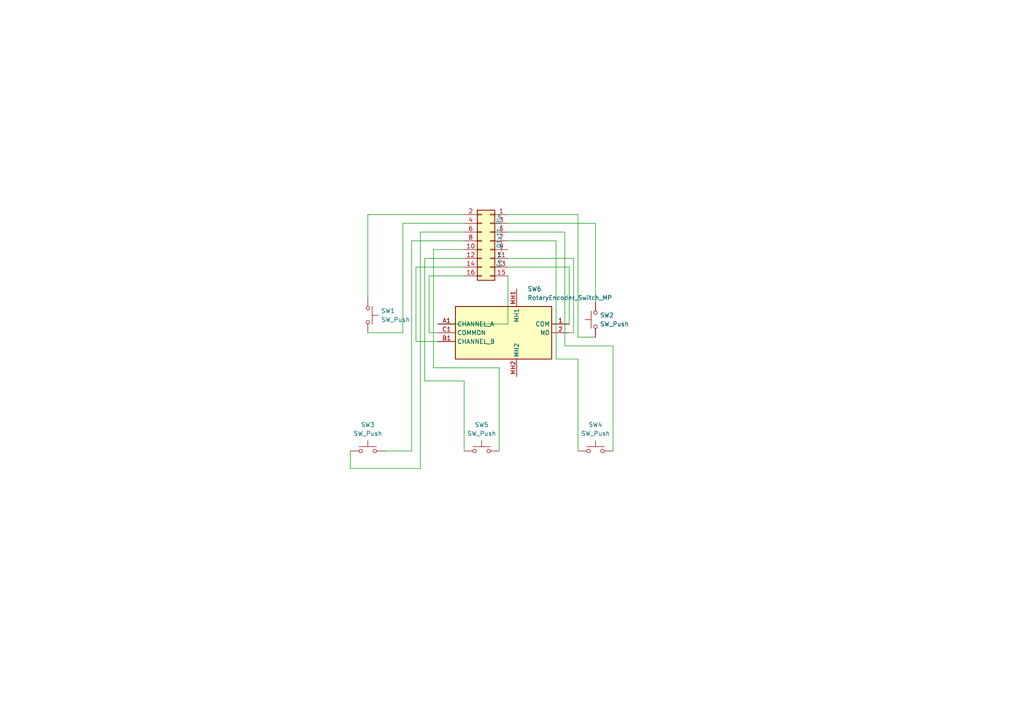
<source format=kicad_sch>
(kicad_sch (version 20250114) (generator "eeschema") (generator_version "9.0")
  (paper "A4")
  (lib_symbols
    (symbol "Connector_Generic:Conn_02x08_Odd_Even" (pin_names (offset 1.016) (hide yes))
      (property "Reference" "J" (at 1.27 10.16 0))
      (property "Value" "Conn_02x08_Odd_Even" (at 1.27 -12.7 0))
      (symbol "Conn_02x08_Odd_Even_1_1"
        (rectangle (start -1.27 8.89) (end 3.81 -11.43) (stroke (width 0.254)) (fill (type background)))
        (rectangle (start -1.27 7.747) (end 0 7.493) (stroke (width 0.1524)))
        (rectangle (start -1.27 5.207) (end 0 4.953) (stroke (width 0.1524)))
        (rectangle (start -1.27 2.667) (end 0 2.413) (stroke (width 0.1524)))
        (rectangle (start -1.27 0.127) (end 0 -0.127) (stroke (width 0.1524)))
        (rectangle (start -1.27 -2.413) (end 0 -2.667) (stroke (width 0.1524)))
        (rectangle (start -1.27 -4.953) (end 0 -5.207) (stroke (width 0.1524)))
        (rectangle (start -1.27 -7.493) (end 0 -7.747) (stroke (width 0.1524)))
        (rectangle (start -1.27 -10.033) (end 0 -10.287) (stroke (width 0.1524)))
        (rectangle (start 3.81 7.747) (end 2.54 7.493) (stroke (width 0.1524)))
        (rectangle (start 3.81 5.207) (end 2.54 4.953) (stroke (width 0.1524)))
        (rectangle (start 3.81 2.667) (end 2.54 2.413) (stroke (width 0.1524)))
        (rectangle (start 3.81 0.127) (end 2.54 -0.127) (stroke (width 0.1524)))
        (rectangle (start 3.81 -2.413) (end 2.54 -2.667) (stroke (width 0.1524)))
        (rectangle (start 3.81 -4.953) (end 2.54 -5.207) (stroke (width 0.1524)))
        (rectangle (start 3.81 -7.493) (end 2.54 -7.747) (stroke (width 0.1524)))
        (rectangle (start 3.81 -10.033) (end 2.54 -10.287) (stroke (width 0.1524)))
        (pin passive line (at -5.08 7.62 0) (length 3.81) (name "Pin_1") (number "1"))
        (pin passive line (at -5.08 5.08 0) (length 3.81) (name "Pin_3") (number "3"))
        (pin passive line (at -5.08 2.54 0) (length 3.81) (name "Pin_5") (number "5"))
        (pin passive line (at -5.08 0 0) (length 3.81) (name "Pin_7") (number "7"))
        (pin passive line (at -5.08 -2.54 0) (length 3.81) (name "Pin_9") (number "9"))
        (pin passive line (at -5.08 -5.08 0) (length 3.81) (name "Pin_11") (number "11"))
        (pin passive line (at -5.08 -7.62 0) (length 3.81) (name "Pin_13") (number "13"))
        (pin passive line (at -5.08 -10.16 0) (length 3.81) (name "Pin_15") (number "15"))
        (pin passive line (at 7.62 7.62 180) (length 3.81) (name "Pin_2") (number "2"))
        (pin passive line (at 7.62 5.08 180) (length 3.81) (name "Pin_4") (number "4"))
        (pin passive line (at 7.62 2.54 180) (length 3.81) (name "Pin_6") (number "6"))
        (pin passive line (at 7.62 0 180) (length 3.81) (name "Pin_8") (number "8"))
        (pin passive line (at 7.62 -2.54 180) (length 3.81) (name "Pin_10") (number "10"))
        (pin passive line (at 7.62 -5.08 180) (length 3.81) (name "Pin_12") (number "12"))
        (pin passive line (at 7.62 -7.62 180) (length 3.81) (name "Pin_14") (number "14"))
        (pin passive line (at 7.62 -10.16 180) (length 3.81) (name "Pin_16") (number "16"))
      )
    )
    (symbol "SamacSys_Parts:PEC11R-4215F-S0024"
      (property "Reference" "U" (at 21.59 15.24 0))
      (property "Value" "PEC11R-4215F-S0024" (at 21.59 12.7 0))
      (symbol "PEC11R-4215F-S0024_1_1"
        (rectangle (start 5.08 10.16) (end 20.32 -17.78) (stroke (width 0.254)) (fill (type background)))
        (pin passive line (at 0 0 0) (length 5.08) (name "MH1") (number "MH1"))
        (pin passive line (at 10.16 15.24 270) (length 5.08) (name "COM") (number "1"))
        (pin passive line (at 10.16 -22.86 90) (length 5.08) (name "CHANNEL_A") (number "A1"))
        (pin passive line (at 12.7 15.24 270) (length 5.08) (name "NO") (number "2"))
        (pin passive line (at 12.7 -22.86 90) (length 5.08) (name "COMMON") (number "C1"))
        (pin passive line (at 15.24 -22.86 90) (length 5.08) (name "CHANNEL_B") (number "B1"))
        (pin passive line (at 25.4 0 180) (length 5.08) (name "MH2") (number "MH2"))
      )
    )
    (symbol "Switch:SW_Push" (pin_numbers (hide yes)) (pin_names (offset 1.016) (hide yes))
      (property "Reference" "SW" (at 1.27 2.54 0))
      (property "Value" "SW_Push" (at 0 -1.524 0))
      (symbol "SW_Push_0_1"
        (circle (center -2.032 0) (radius 0.508))
        (polyline (pts (xy 0 1.27) (xy 0 3.048)))
        (circle (center 2.032 0) (radius 0.508))
        (polyline (pts (xy 2.54 1.27) (xy -2.54 1.27)))
        (pin passive line (at -5.08 0 0) (length 2.54) (name "1") (number "1"))
        (pin passive line (at 5.08 0 180) (length 2.54) (name "2") (number "2"))
      )
    )
  )
  (wire (pts (xy 177.8 100.33) (xy 163.83 100.33)))
  (wire (pts (xy 172.72 64.77) (xy 147.32 64.77)))
  (wire (pts (xy 163.83 67.31) (xy 147.32 67.31)))
  (wire (pts (xy 123.19 110.49) (xy 123.19 74.93)))
  (wire (pts (xy 147.32 93.98) (xy 147.32 80.01)))
  (wire (pts (xy 172.72 97.79) (xy 167.64 97.79)))
  (wire (pts (xy 165.1 96.52) (xy 166.37 96.52)))
  (wire (pts (xy 121.92 67.31) (xy 134.62 67.31)))
  (wire (pts (xy 163.83 100.33) (xy 163.83 67.31)))
  (wire (pts (xy 167.64 104.14) (xy 161.29 104.14)))
  (wire (pts (xy 116.84 64.77) (xy 134.62 64.77)))
  (wire (pts (xy 166.37 96.52) (xy 166.37 74.93)))
  (wire (pts (xy 125.73 72.39) (xy 125.73 106.68)))
  (wire (pts (xy 106.68 86.36) (xy 106.68 62.23)))
  (wire (pts (xy 101.6 135.89) (xy 121.92 135.89)))
  (wire (pts (xy 134.62 110.49) (xy 123.19 110.49)))
  (wire (pts (xy 121.92 67.31) (xy 121.92 135.89)))
  (wire (pts (xy 124.46 96.52) (xy 124.46 80.01)))
  (wire (pts (xy 111.76 130.81) (xy 119.38 130.81)))
  (wire (pts (xy 127 93.98) (xy 147.32 93.98)))
  (wire (pts (xy 125.73 72.39) (xy 134.62 72.39)))
  (wire (pts (xy 144.78 130.81) (xy 144.78 106.68)))
  (wire (pts (xy 167.64 97.79) (xy 167.64 62.23)))
  (wire (pts (xy 101.6 130.81) (xy 101.6 135.89)))
  (wire (pts (xy 166.37 74.93) (xy 147.32 74.93)))
  (wire (pts (xy 123.19 74.93) (xy 134.62 74.93)))
  (wire (pts (xy 177.8 130.81) (xy 177.8 100.33)))
  (wire (pts (xy 165.1 77.47) (xy 147.32 77.47)))
  (wire (pts (xy 127 96.52) (xy 124.46 96.52)))
  (wire (pts (xy 106.68 62.23) (xy 134.62 62.23)))
  (wire (pts (xy 119.38 69.85) (xy 134.62 69.85)))
  (wire (pts (xy 124.46 80.01) (xy 134.62 80.01)))
  (wire (pts (xy 161.29 104.14) (xy 161.29 69.85)))
  (wire (pts (xy 127 99.06) (xy 120.65 99.06)))
  (wire (pts (xy 106.68 96.52) (xy 116.84 96.52)))
  (wire (pts (xy 120.65 99.06) (xy 120.65 77.47)))
  (wire (pts (xy 167.64 62.23) (xy 147.32 62.23)))
  (wire (pts (xy 134.62 130.81) (xy 134.62 110.49)))
  (wire (pts (xy 144.78 106.68) (xy 125.73 106.68)))
  (wire (pts (xy 120.65 77.47) (xy 134.62 77.47)))
  (wire (pts (xy 172.72 87.63) (xy 172.72 64.77)))
  (wire (pts (xy 161.29 69.85) (xy 147.32 69.85)))
  (wire (pts (xy 116.84 96.52) (xy 116.84 64.77)))
  (wire (pts (xy 119.38 130.81) (xy 119.38 69.85)))
  (wire (pts (xy 165.1 93.98) (xy 165.1 77.47)))
  (wire (pts (xy 167.64 130.81) (xy 167.64 104.14)))
  (symbol (lib_id "Connector_Generic:Conn_02x08_Odd_Even") (at 142.24 69.85 0) (mirror y) (unit 1)
    (property "Reference" "J1" (effects (hide yes)))
    (property "Value" "Conn_01x11_Pin" (at 144.78 69.85 90))
    (property "Footprint" "Connector_PinHeader_2.54mm:PinHeader_2x08_P2.54mm_Vertical" (effects (hide yes)))
    (property "Description" "Generic connector, double row, 02x08, odd/even pin numbering scheme (row 1 odd numbers, row 2 even numbers), script generated (kicad-library-utils/schlib/autogen/connector/)" (effects (hide yes)))
  )
  (symbol (lib_id "Switch:SW_Push") (at 172.72 92.71 90) (unit 1)
    (property "Reference" "SW2" (at 173.99 91.4399 90) (effects (justify right)))
    (property "Value" "SW_Push" (at 173.99 93.9799 90) (effects (justify right)))
    (property "Footprint" "SamacSys_Parts:SW_PUSH-12mm3D" (effects (hide yes)))
    (property "Description" "Push button switch, generic, two pins" (effects (hide yes)))
  )
  (symbol (lib_id "Switch:SW_Push") (at 106.68 91.44 270) (unit 1)
    (property "Reference" "SW1" (at 110.49 90.1699 90) (effects (justify left)))
    (property "Value" "SW_Push" (at 110.49 92.7099 90) (effects (justify left)))
    (property "Footprint" "SamacSys_Parts:SW_PUSH-12mm3D" (effects (hide yes)))
    (property "Description" "Push button switch, generic, two pins" (effects (hide yes)))
  )
  (symbol (lib_id "Switch:SW_Push") (at 106.68 130.81 0) (unit 1)
    (property "Reference" "SW3" (at 106.68 123.19 0))
    (property "Value" "SW_Push" (at 106.68 125.73 0))
    (property "Footprint" "SamacSys_Parts:SW_PUSH-12mm3D" (effects (hide yes)))
    (property "Description" "Push button switch, generic, two pins" (effects (hide yes)))
  )
  (symbol (lib_id "Switch:SW_Push") (at 139.7 130.81 0) (unit 1)
    (property "Reference" "SW5" (at 139.7 123.19 0))
    (property "Value" "SW_Push" (at 139.7 125.73 0))
    (property "Footprint" "SamacSys_Parts:SW_PUSH-12mm3D" (effects (hide yes)))
    (property "Description" "Push button switch, generic, two pins" (effects (hide yes)))
  )
  (symbol (lib_id "Switch:SW_Push") (at 172.72 130.81 0) (unit 1)
    (property "Reference" "SW4" (at 172.72 123.19 0))
    (property "Value" "SW_Push" (at 172.72 125.73 0))
    (property "Footprint" "SamacSys_Parts:SW_PUSH-12mm3D" (effects (hide yes)))
    (property "Description" "Push button switch, generic, two pins" (effects (hide yes)))
  )
  (symbol (lib_id "SamacSys_Parts:PEC11R-4215F-S0024") (at 149.86 83.82 270) (unit 1)
    (property "Reference" "SW6" (at 152.9781 83.82 90) (effects (justify left)))
    (property "Value" "RotaryEncoder_Switch_MP" (at 152.9781 86.36 90) (effects (justify left)))
    (property "Footprint" "SamacSys_Parts:PEC11R4215FS0024" (effects (hide yes)))
    (property "Datasheet" "https://www.bourns.com/docs/product-datasheets/pec11r.pdf?sfvrsn=bb617cbf_12" (effects (hide yes)))
    (property "Description" "Rotary Encoder Mechanical 24 Quadrature (Incremental) Vertical 15mm SHAFT w/SWITCH" (effects (hide yes)))
    (property "Height" "21.5" (effects (hide yes)))
    (property "Mouser Part Number" "652-PEC11R-4215F-S24" (effects (hide yes)))
    (property "Mouser Price/Stock" "https://www.mouser.co.uk/ProductDetail/Bourns/PEC11R-4215F-S0024?qs=Zq5ylnUbLm5lAqmKF80wzQ%3D%3D" (effects (hide yes)))
    (property "Manufacturer_Name" "Bourns" (effects (hide yes)))
    (property "Manufacturer_Part_Number" "PEC11R-4215F-S0024" (effects (hide yes)))
  )
)
</source>
